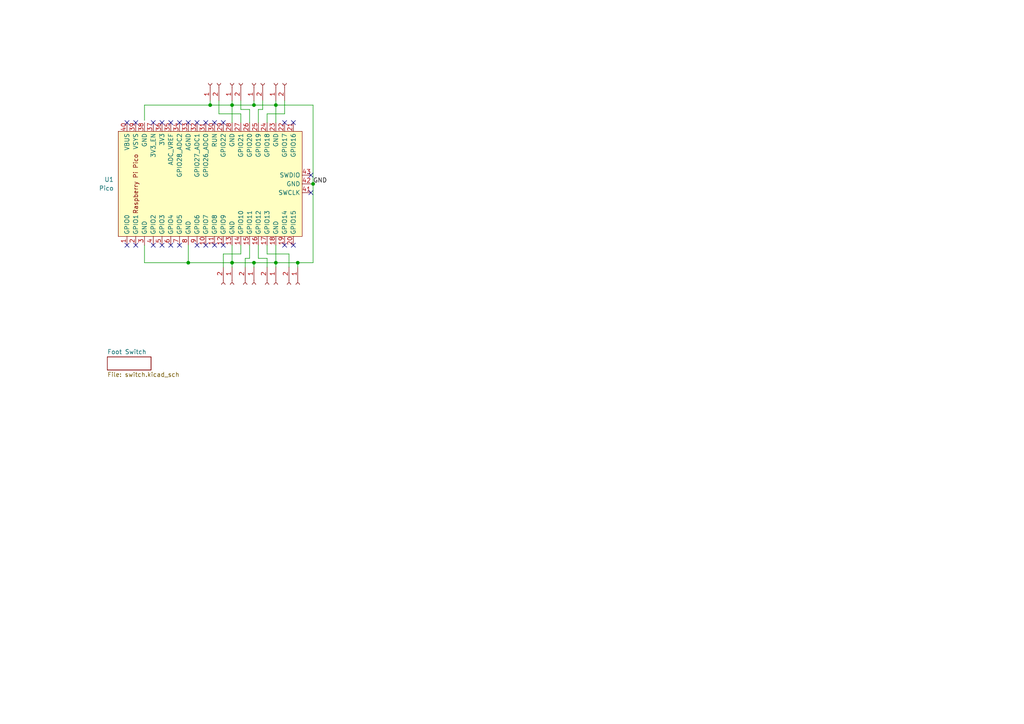
<source format=kicad_sch>
(kicad_sch (version 20230121) (generator eeschema)
  (paper "A4")
  (lib_symbols
    (symbol "Connector:Conn_01x02_Socket" (pin_names (offset 1.016) hide)
      (property "Reference" "J" (at 0 2.54 0))
      (property "Value" "Conn_01x02_Socket" (at 0 -5.08 0))
      (symbol "Conn_01x02_Socket_1_1"
        (arc (start 0 -2.032) (mid -0.5058 -2.54) (end 0 -3.048) (stroke (width 0.1524)))
        (polyline (pts (xy -1.27 -2.54) (xy -0.508 -2.54)) (stroke (width 0.1524)))
        (polyline (pts (xy -1.27 0) (xy -0.508 0)) (stroke (width 0.1524)))
        (arc (start 0 0.508) (mid -0.5058 0) (end 0 -0.508) (stroke (width 0.1524)))
        (pin passive line (at -5.08 0 0) (length 3.81) (name "Pin_1") (number "1"))
        (pin passive line (at -5.08 -2.54 0) (length 3.81) (name "Pin_2") (number "2"))
      )
    )
    (symbol "MCU_RaspberryPi_and_Boards:Pico"
      (property "Reference" "U" (at -13.97 27.94 0))
      (property "Value" "Pico" (at 0 19.05 0))
      (symbol "Pico_0_0"
        (text "Raspberry Pi Pico" (at 0 21.59 0) (effects (font (size 1.27 1.27))))
      )
      (symbol "Pico_0_1"
        (rectangle (start -15.24 26.67) (end 15.24 -26.67) (fill (type background)))
      )
      (symbol "Pico_1_1"
        (pin bidirectional line (at -17.78 24.13 0) (length 2.54) (name "GPIO0") (number "1"))
        (pin bidirectional line (at -17.78 1.27 0) (length 2.54) (name "GPIO7") (number "10"))
        (pin bidirectional line (at -17.78 -1.27 0) (length 2.54) (name "GPIO8") (number "11"))
        (pin bidirectional line (at -17.78 -3.81 0) (length 2.54) (name "GPIO9") (number "12"))
        (pin power_in line (at -17.78 -6.35 0) (length 2.54) (name "GND") (number "13"))
        (pin bidirectional line (at -17.78 -8.89 0) (length 2.54) (name "GPIO10") (number "14"))
        (pin bidirectional line (at -17.78 -11.43 0) (length 2.54) (name "GPIO11") (number "15"))
        (pin bidirectional line (at -17.78 -13.97 0) (length 2.54) (name "GPIO12") (number "16"))
        (pin bidirectional line (at -17.78 -16.51 0) (length 2.54) (name "GPIO13") (number "17"))
        (pin power_in line (at -17.78 -19.05 0) (length 2.54) (name "GND") (number "18"))
        (pin bidirectional line (at -17.78 -21.59 0) (length 2.54) (name "GPIO14") (number "19"))
        (pin bidirectional line (at -17.78 21.59 0) (length 2.54) (name "GPIO1") (number "2"))
        (pin bidirectional line (at -17.78 -24.13 0) (length 2.54) (name "GPIO15") (number "20"))
        (pin bidirectional line (at 17.78 -24.13 180) (length 2.54) (name "GPIO16") (number "21"))
        (pin bidirectional line (at 17.78 -21.59 180) (length 2.54) (name "GPIO17") (number "22"))
        (pin power_in line (at 17.78 -19.05 180) (length 2.54) (name "GND") (number "23"))
        (pin bidirectional line (at 17.78 -16.51 180) (length 2.54) (name "GPIO18") (number "24"))
        (pin bidirectional line (at 17.78 -13.97 180) (length 2.54) (name "GPIO19") (number "25"))
        (pin bidirectional line (at 17.78 -11.43 180) (length 2.54) (name "GPIO20") (number "26"))
        (pin bidirectional line (at 17.78 -8.89 180) (length 2.54) (name "GPIO21") (number "27"))
        (pin power_in line (at 17.78 -6.35 180) (length 2.54) (name "GND") (number "28"))
        (pin bidirectional line (at 17.78 -3.81 180) (length 2.54) (name "GPIO22") (number "29"))
        (pin power_in line (at -17.78 19.05 0) (length 2.54) (name "GND") (number "3"))
        (pin input line (at 17.78 -1.27 180) (length 2.54) (name "RUN") (number "30"))
        (pin bidirectional line (at 17.78 1.27 180) (length 2.54) (name "GPIO26_ADC0") (number "31"))
        (pin bidirectional line (at 17.78 3.81 180) (length 2.54) (name "GPIO27_ADC1") (number "32"))
        (pin power_in line (at 17.78 6.35 180) (length 2.54) (name "AGND") (number "33"))
        (pin bidirectional line (at 17.78 8.89 180) (length 2.54) (name "GPIO28_ADC2") (number "34"))
        (pin power_in line (at 17.78 11.43 180) (length 2.54) (name "ADC_VREF") (number "35"))
        (pin power_in line (at 17.78 13.97 180) (length 2.54) (name "3V3") (number "36"))
        (pin input line (at 17.78 16.51 180) (length 2.54) (name "3V3_EN") (number "37"))
        (pin bidirectional line (at 17.78 19.05 180) (length 2.54) (name "GND") (number "38"))
        (pin power_in line (at 17.78 21.59 180) (length 2.54) (name "VSYS") (number "39"))
        (pin bidirectional line (at -17.78 16.51 0) (length 2.54) (name "GPIO2") (number "4"))
        (pin power_in line (at 17.78 24.13 180) (length 2.54) (name "VBUS") (number "40"))
        (pin input line (at -2.54 -29.21 90) (length 2.54) (name "SWCLK") (number "41"))
        (pin power_in line (at 0 -29.21 90) (length 2.54) (name "GND") (number "42"))
        (pin bidirectional line (at 2.54 -29.21 90) (length 2.54) (name "SWDIO") (number "43"))
        (pin bidirectional line (at -17.78 13.97 0) (length 2.54) (name "GPIO3") (number "5"))
        (pin bidirectional line (at -17.78 11.43 0) (length 2.54) (name "GPIO4") (number "6"))
        (pin bidirectional line (at -17.78 8.89 0) (length 2.54) (name "GPIO5") (number "7"))
        (pin power_in line (at -17.78 6.35 0) (length 2.54) (name "GND") (number "8"))
        (pin bidirectional line (at -17.78 3.81 0) (length 2.54) (name "GPIO6") (number "9"))
      )
    )
  )
  (junction (at 80.01 30.48))
  (junction (at 67.31 76.2))
  (junction (at 80.01 76.2))
  (junction (at 54.61 76.2))
  (junction (at 73.66 76.2))
  (junction (at 67.31 30.48))
  (junction (at 60.96 30.48))
  (junction (at 73.66 30.48))
  (junction (at 86.36 76.2))
  (junction (at 90.805 53.34))
  (no_connect (at 90.17 50.8))
  (no_connect (at 39.37 71.12))
  (no_connect (at 52.07 71.12))
  (no_connect (at 57.15 71.12))
  (no_connect (at 57.15 35.56))
  (no_connect (at 62.23 35.56))
  (no_connect (at 59.69 35.56))
  (no_connect (at 54.61 35.56))
  (no_connect (at 49.53 71.12))
  (no_connect (at 39.37 35.56))
  (no_connect (at 82.55 71.12))
  (no_connect (at 85.09 71.12))
  (no_connect (at 82.55 35.56))
  (no_connect (at 85.09 35.56))
  (no_connect (at 46.99 71.12))
  (no_connect (at 64.77 71.12))
  (no_connect (at 49.53 35.56))
  (no_connect (at 44.45 71.12))
  (no_connect (at 44.45 35.56))
  (no_connect (at 62.23 71.12))
  (no_connect (at 59.69 71.12))
  (no_connect (at 52.07 35.56))
  (no_connect (at 64.77 35.56))
  (no_connect (at 36.83 35.56))
  (no_connect (at 90.17 55.88))
  (no_connect (at 46.99 35.56))
  (no_connect (at 36.83 71.12))
  (wire (pts (xy 67.31 30.48) (xy 60.96 30.48)))
  (wire (pts (xy 80.01 76.2) (xy 86.36 76.2)))
  (wire (pts (xy 73.66 76.2) (xy 73.66 77.47)))
  (wire (pts (xy 41.91 76.2) (xy 54.61 76.2)))
  (wire (pts (xy 72.39 31.75) (xy 72.39 35.56)))
  (wire (pts (xy 90.805 30.48) (xy 90.805 53.34)))
  (wire (pts (xy 71.12 74.93) (xy 72.39 74.93)))
  (wire (pts (xy 69.85 33.02) (xy 63.5 33.02)))
  (wire (pts (xy 67.31 76.2) (xy 54.61 76.2)))
  (wire (pts (xy 54.61 71.12) (xy 54.61 76.2)))
  (wire (pts (xy 60.96 30.48) (xy 60.96 29.21)))
  (wire (pts (xy 69.85 31.75) (xy 72.39 31.75)))
  (wire (pts (xy 69.85 35.56) (xy 69.85 33.02)))
  (wire (pts (xy 67.31 76.2) (xy 73.66 76.2)))
  (wire (pts (xy 76.2 31.75) (xy 74.93 31.75)))
  (wire (pts (xy 41.91 30.48) (xy 60.96 30.48)))
  (wire (pts (xy 73.66 76.2) (xy 80.01 76.2)))
  (wire (pts (xy 64.77 73.66) (xy 64.77 77.47)))
  (wire (pts (xy 67.31 77.47) (xy 67.31 76.2)))
  (wire (pts (xy 77.47 71.12) (xy 77.47 73.66)))
  (wire (pts (xy 80.01 29.21) (xy 80.01 30.48)))
  (wire (pts (xy 83.82 73.66) (xy 83.82 77.47)))
  (wire (pts (xy 67.31 71.12) (xy 67.31 76.2)))
  (wire (pts (xy 86.36 76.2) (xy 86.36 77.47)))
  (wire (pts (xy 67.31 35.56) (xy 67.31 30.48)))
  (wire (pts (xy 77.47 33.02) (xy 82.55 33.02)))
  (wire (pts (xy 90.17 53.34) (xy 90.805 53.34)))
  (wire (pts (xy 74.93 31.75) (xy 74.93 35.56)))
  (wire (pts (xy 77.47 74.93) (xy 74.93 74.93)))
  (wire (pts (xy 80.01 35.56) (xy 80.01 30.48)))
  (wire (pts (xy 80.01 71.12) (xy 80.01 76.2)))
  (wire (pts (xy 72.39 74.93) (xy 72.39 71.12)))
  (wire (pts (xy 73.66 30.48) (xy 67.31 30.48)))
  (wire (pts (xy 77.47 77.47) (xy 77.47 74.93)))
  (wire (pts (xy 73.66 30.48) (xy 80.01 30.48)))
  (wire (pts (xy 80.01 30.48) (xy 90.805 30.48)))
  (wire (pts (xy 69.85 71.12) (xy 69.85 73.66)))
  (wire (pts (xy 63.5 33.02) (xy 63.5 29.21)))
  (wire (pts (xy 80.01 76.2) (xy 80.01 77.47)))
  (wire (pts (xy 69.85 73.66) (xy 64.77 73.66)))
  (wire (pts (xy 77.47 73.66) (xy 83.82 73.66)))
  (wire (pts (xy 76.2 29.21) (xy 76.2 31.75)))
  (wire (pts (xy 41.91 71.12) (xy 41.91 76.2)))
  (wire (pts (xy 82.55 33.02) (xy 82.55 29.21)))
  (wire (pts (xy 71.12 77.47) (xy 71.12 74.93)))
  (wire (pts (xy 90.805 53.34) (xy 90.805 76.2)))
  (wire (pts (xy 67.31 30.48) (xy 67.31 29.21)))
  (wire (pts (xy 73.66 30.48) (xy 73.66 29.21)))
  (wire (pts (xy 90.805 76.2) (xy 86.36 76.2)))
  (wire (pts (xy 69.85 29.21) (xy 69.85 31.75)))
  (wire (pts (xy 41.91 34.925) (xy 41.91 30.48)))
  (wire (pts (xy 74.93 74.93) (xy 74.93 71.12)))
  (wire (pts (xy 77.47 35.56) (xy 77.47 33.02)))
  (label "GND" (at 90.805 53.34 0))
  (symbol (lib_id "Connector:Conn_01x02_Socket") (at 80.01 82.55 270) (unit 1)
    (property "Reference" "J3" (effects hide))
    (property "Value" "Conn_01x02_Socket" (effects hide))
    (property "Footprint" "Connector_JST:JST_PH_S2B-PH-K_1x02_P2.00mm_Horizontal" (effects hide))
  )
  (symbol (lib_id "Connector:Conn_01x02_Socket") (at 86.36 82.55 270) (unit 1)
    (property "Reference" "J4" (effects hide))
    (property "Value" "Conn_01x02_Socket" (effects hide))
    (property "Footprint" "Connector_JST:JST_PH_S2B-PH-K_1x02_P2.00mm_Horizontal" (effects hide))
  )
  (symbol (lib_id "MCU_RaspberryPi_and_Boards:Pico") (at 60.96 53.34 90) (unit 1)
    (property "Reference" "U1" (at 33.02 52.07 90) (effects (justify left)))
    (property "Value" "Pico" (at 33.02 54.61 90) (effects (justify left)))
    (property "Footprint" "MCU_RaspberryPi_and_Boards:RPi_Pico_SMD_TH" (effects hide))
    (property "Datasheet" "https://datasheets.raspberrypi.com/pico/pico-datasheet.pdf" (effects hide))
  )
  (symbol (lib_id "Connector:Conn_01x02_Socket") (at 73.66 82.55 270) (unit 1)
    (property "Reference" "J2" (effects hide))
    (property "Value" "Conn_01x02_Socket" (effects hide))
    (property "Footprint" "Connector_JST:JST_PH_S2B-PH-K_1x02_P2.00mm_Horizontal" (effects hide))
  )
  (symbol (lib_id "Connector:Conn_01x02_Socket") (at 80.01 24.13 90) (unit 1)
    (property "Reference" "J5" (effects hide))
    (property "Value" "Conn_01x02_Socket" (effects hide))
    (property "Footprint" "Connector_JST:JST_PH_S2B-PH-K_1x02_P2.00mm_Horizontal" (effects hide))
  )
  (symbol (lib_id "Connector:Conn_01x02_Socket") (at 67.31 24.13 90) (unit 1)
    (property "Reference" "J7" (effects hide))
    (property "Value" "Conn_01x02_Socket" (effects hide))
    (property "Footprint" "Connector_JST:JST_PH_S2B-PH-K_1x02_P2.00mm_Horizontal" (effects hide))
  )
  (symbol (lib_id "Connector:Conn_01x02_Socket") (at 67.31 82.55 270) (unit 1)
    (property "Reference" "J1" (effects hide))
    (property "Value" "Conn_01x02_Socket" (effects hide))
    (property "Footprint" "Connector_JST:JST_PH_S2B-PH-K_1x02_P2.00mm_Horizontal" (effects hide))
  )
  (symbol (lib_id "Connector:Conn_01x02_Socket") (at 73.66 24.13 90) (unit 1)
    (property "Reference" "J6" (effects hide))
    (property "Value" "Conn_01x02_Socket" (effects hide))
    (property "Footprint" "Connector_JST:JST_PH_S2B-PH-K_1x02_P2.00mm_Horizontal" (effects hide))
  )
  (symbol (lib_id "Connector:Conn_01x02_Socket") (at 60.96 24.13 90) (unit 1)
    (property "Reference" "J8" (effects hide))
    (property "Value" "Conn_01x02_Socket" (effects hide))
    (property "Footprint" "Connector_JST:JST_PH_S2B-PH-K_1x02_P2.00mm_Horizontal" (effects hide))
  )
  (sheet (at 31.115 103.505) (size 12.7 3.81) (stroke (width 0.1524))
    (property "Sheetname" "Foot Switch" (at 31.115 102.7934 0) (effects (justify left bottom)))
    (property "Sheetfile" "switch.kicad_sch" (at 31.115 107.8996 0) (effects (justify left top)))
  )
)
</source>
